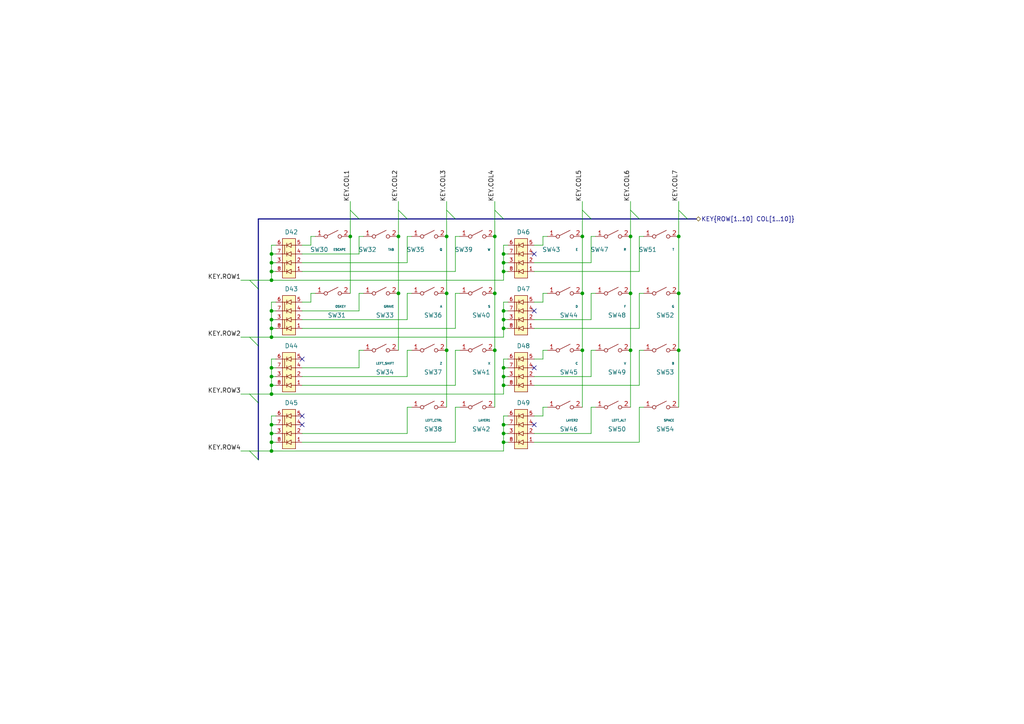
<source format=kicad_sch>
(kicad_sch (version 20211123) (generator eeschema)
  (paper "A4")
  (lib_symbols
    (symbol "BAV70SRAZ_1" (pin_names (offset 1.016) hide)
      (property "Reference" "D" (at 6.35 0 0))
      (property "Value" "BAV70SRAZ_1" (at 6.35 -1.905 0))
      (symbol "BAV70SRAZ_1_0_0"
        (rectangle (start -5.715 1.905) (end 5.715 -1.905) (stroke (width 0.1524)) (fill (type background)))
        (polyline (pts (xy -4.445 0.635) (xy -3.81 -0.635)))
        (polyline (pts (xy -4.445 0.635) (xy -3.175 0.635)))
        (polyline (pts (xy -3.81 -1.27) (xy -1.27 -1.27)) (stroke (width 0.1524)))
        (polyline (pts (xy -3.81 -0.635) (xy -3.81 -1.905)))
        (polyline (pts (xy -3.81 -0.635) (xy -3.175 0.635)))
        (polyline (pts (xy -3.81 1.905) (xy -3.81 0.635)))
        (polyline (pts (xy -3.175 -0.635) (xy -4.445 -0.635)))
        (polyline (pts (xy -1.905 0.635) (xy -1.27 -0.635)))
        (polyline (pts (xy -1.905 0.635) (xy -0.635 0.635)))
        (polyline (pts (xy -1.27 -0.635) (xy -1.27 -1.905)))
        (polyline (pts (xy -1.27 -0.635) (xy -0.635 0.635)))
        (polyline (pts (xy -1.27 1.905) (xy -1.27 0.635)))
        (polyline (pts (xy -0.635 -0.635) (xy -1.905 -0.635)))
        (polyline (pts (xy 0.635 0.635) (xy 1.27 -0.635)))
        (polyline (pts (xy 0.635 0.635) (xy 1.905 0.635)))
        (polyline (pts (xy 1.27 -1.27) (xy 3.81 -1.27)) (stroke (width 0.1524)))
        (polyline (pts (xy 1.27 -0.635) (xy 1.27 -1.905)))
        (polyline (pts (xy 1.27 -0.635) (xy 1.905 0.635)))
        (polyline (pts (xy 1.27 1.905) (xy 1.27 0.635)))
        (polyline (pts (xy 1.905 -0.635) (xy 0.635 -0.635)))
        (polyline (pts (xy 3.175 0.635) (xy 3.81 -0.635)))
        (polyline (pts (xy 3.175 0.635) (xy 4.445 0.635)))
        (polyline (pts (xy 3.81 -0.635) (xy 3.81 -1.905)))
        (polyline (pts (xy 3.81 -0.635) (xy 4.445 0.635)))
        (polyline (pts (xy 3.81 1.905) (xy 3.81 0.635)))
        (polyline (pts (xy 4.445 -0.635) (xy 3.175 -0.635)))
        (pin passive line (at 3.81 3.81 270) (length 1.905) (name "~") (number "1"))
        (pin passive line (at 1.27 3.81 270) (length 1.905) (name "~") (number "2"))
        (pin passive line (at 1.27 -3.81 90) (length 1.905) (name "~") (number "3"))
        (pin passive line (at -1.27 3.81 270) (length 1.905) (name "~") (number "4"))
        (pin passive line (at -3.81 3.81 270) (length 1.905) (name "~") (number "5"))
        (pin passive line (at -3.81 -3.81 90) (length 1.905) (name "~") (number "6"))
        (pin passive line (at -1.27 -3.81 90) (length 1.905) (name "~") (number "7"))
        (pin passive line (at 3.81 -3.81 90) (length 1.905) (name "~") (number "8"))
      )
    )
    (symbol "BAV70SRAZ_2" (pin_names (offset 1.016) hide)
      (property "Reference" "D" (at 6.35 0 0))
      (property "Value" "BAV70SRAZ_2" (at 6.35 -1.905 0))
      (symbol "BAV70SRAZ_2_0_0"
        (rectangle (start -5.715 1.905) (end 5.715 -1.905) (stroke (width 0.1524)) (fill (type background)))
        (polyline (pts (xy -4.445 0.635) (xy -3.81 -0.635)))
        (polyline (pts (xy -4.445 0.635) (xy -3.175 0.635)))
        (polyline (pts (xy -3.81 -1.27) (xy -1.27 -1.27)) (stroke (width 0.1524)))
        (polyline (pts (xy -3.81 -0.635) (xy -3.81 -1.905)))
        (polyline (pts (xy -3.81 -0.635) (xy -3.175 0.635)))
        (polyline (pts (xy -3.81 1.905) (xy -3.81 0.635)))
        (polyline (pts (xy -3.175 -0.635) (xy -4.445 -0.635)))
        (polyline (pts (xy -1.905 0.635) (xy -1.27 -0.635)))
        (polyline (pts (xy -1.905 0.635) (xy -0.635 0.635)))
        (polyline (pts (xy -1.27 -0.635) (xy -1.27 -1.905)))
        (polyline (pts (xy -1.27 -0.635) (xy -0.635 0.635)))
        (polyline (pts (xy -1.27 1.905) (xy -1.27 0.635)))
        (polyline (pts (xy -0.635 -0.635) (xy -1.905 -0.635)))
        (polyline (pts (xy 0.635 0.635) (xy 1.27 -0.635)))
        (polyline (pts (xy 0.635 0.635) (xy 1.905 0.635)))
        (polyline (pts (xy 1.27 -1.27) (xy 3.81 -1.27)) (stroke (width 0.1524)))
        (polyline (pts (xy 1.27 -0.635) (xy 1.27 -1.905)))
        (polyline (pts (xy 1.27 -0.635) (xy 1.905 0.635)))
        (polyline (pts (xy 1.27 1.905) (xy 1.27 0.635)))
        (polyline (pts (xy 1.905 -0.635) (xy 0.635 -0.635)))
        (polyline (pts (xy 3.175 0.635) (xy 3.81 -0.635)))
        (polyline (pts (xy 3.175 0.635) (xy 4.445 0.635)))
        (polyline (pts (xy 3.81 -0.635) (xy 3.81 -1.905)))
        (polyline (pts (xy 3.81 -0.635) (xy 4.445 0.635)))
        (polyline (pts (xy 3.81 1.905) (xy 3.81 0.635)))
        (polyline (pts (xy 4.445 -0.635) (xy 3.175 -0.635)))
        (pin passive line (at 3.81 3.81 270) (length 1.905) (name "~") (number "1"))
        (pin passive line (at 1.27 3.81 270) (length 1.905) (name "~") (number "2"))
        (pin passive line (at 1.27 -3.81 90) (length 1.905) (name "~") (number "3"))
        (pin passive line (at -1.27 3.81 270) (length 1.905) (name "~") (number "4"))
        (pin passive line (at -3.81 3.81 270) (length 1.905) (name "~") (number "5"))
        (pin passive line (at -3.81 -3.81 90) (length 1.905) (name "~") (number "6"))
        (pin passive line (at -1.27 -3.81 90) (length 1.905) (name "~") (number "7"))
        (pin passive line (at 3.81 -3.81 90) (length 1.905) (name "~") (number "8"))
      )
    )
    (symbol "BAV70SRAZ_3" (pin_names (offset 1.016) hide)
      (property "Reference" "D" (at 6.35 0 0))
      (property "Value" "BAV70SRAZ_3" (at 6.35 -1.905 0))
      (symbol "BAV70SRAZ_3_0_0"
        (rectangle (start -5.715 1.905) (end 5.715 -1.905) (stroke (width 0.1524)) (fill (type background)))
        (polyline (pts (xy -4.445 0.635) (xy -3.81 -0.635)))
        (polyline (pts (xy -4.445 0.635) (xy -3.175 0.635)))
        (polyline (pts (xy -3.81 -1.27) (xy -1.27 -1.27)) (stroke (width 0.1524)))
        (polyline (pts (xy -3.81 -0.635) (xy -3.81 -1.905)))
        (polyline (pts (xy -3.81 -0.635) (xy -3.175 0.635)))
        (polyline (pts (xy -3.81 1.905) (xy -3.81 0.635)))
        (polyline (pts (xy -3.175 -0.635) (xy -4.445 -0.635)))
        (polyline (pts (xy -1.905 0.635) (xy -1.27 -0.635)))
        (polyline (pts (xy -1.905 0.635) (xy -0.635 0.635)))
        (polyline (pts (xy -1.27 -0.635) (xy -1.27 -1.905)))
        (polyline (pts (xy -1.27 -0.635) (xy -0.635 0.635)))
        (polyline (pts (xy -1.27 1.905) (xy -1.27 0.635)))
        (polyline (pts (xy -0.635 -0.635) (xy -1.905 -0.635)))
        (polyline (pts (xy 0.635 0.635) (xy 1.27 -0.635)))
        (polyline (pts (xy 0.635 0.635) (xy 1.905 0.635)))
        (polyline (pts (xy 1.27 -1.27) (xy 3.81 -1.27)) (stroke (width 0.1524)))
        (polyline (pts (xy 1.27 -0.635) (xy 1.27 -1.905)))
        (polyline (pts (xy 1.27 -0.635) (xy 1.905 0.635)))
        (polyline (pts (xy 1.27 1.905) (xy 1.27 0.635)))
        (polyline (pts (xy 1.905 -0.635) (xy 0.635 -0.635)))
        (polyline (pts (xy 3.175 0.635) (xy 3.81 -0.635)))
        (polyline (pts (xy 3.175 0.635) (xy 4.445 0.635)))
        (polyline (pts (xy 3.81 -0.635) (xy 3.81 -1.905)))
        (polyline (pts (xy 3.81 -0.635) (xy 4.445 0.635)))
        (polyline (pts (xy 3.81 1.905) (xy 3.81 0.635)))
        (polyline (pts (xy 4.445 -0.635) (xy 3.175 -0.635)))
        (pin passive line (at 3.81 3.81 270) (length 1.905) (name "~") (number "1"))
        (pin passive line (at 1.27 3.81 270) (length 1.905) (name "~") (number "2"))
        (pin passive line (at 1.27 -3.81 90) (length 1.905) (name "~") (number "3"))
        (pin passive line (at -1.27 3.81 270) (length 1.905) (name "~") (number "4"))
        (pin passive line (at -3.81 3.81 270) (length 1.905) (name "~") (number "5"))
        (pin passive line (at -3.81 -3.81 90) (length 1.905) (name "~") (number "6"))
        (pin passive line (at -1.27 -3.81 90) (length 1.905) (name "~") (number "7"))
        (pin passive line (at 3.81 -3.81 90) (length 1.905) (name "~") (number "8"))
      )
    )
    (symbol "BAV70SRAZ_4" (pin_names (offset 1.016) hide)
      (property "Reference" "D" (at 6.35 0 0))
      (property "Value" "BAV70SRAZ_4" (at 6.35 -1.905 0))
      (symbol "BAV70SRAZ_4_0_0"
        (rectangle (start -5.715 1.905) (end 5.715 -1.905) (stroke (width 0.1524)) (fill (type background)))
        (polyline (pts (xy -4.445 0.635) (xy -3.81 -0.635)))
        (polyline (pts (xy -4.445 0.635) (xy -3.175 0.635)))
        (polyline (pts (xy -3.81 -1.27) (xy -1.27 -1.27)) (stroke (width 0.1524)))
        (polyline (pts (xy -3.81 -0.635) (xy -3.81 -1.905)))
        (polyline (pts (xy -3.81 -0.635) (xy -3.175 0.635)))
        (polyline (pts (xy -3.81 1.905) (xy -3.81 0.635)))
        (polyline (pts (xy -3.175 -0.635) (xy -4.445 -0.635)))
        (polyline (pts (xy -1.905 0.635) (xy -1.27 -0.635)))
        (polyline (pts (xy -1.905 0.635) (xy -0.635 0.635)))
        (polyline (pts (xy -1.27 -0.635) (xy -1.27 -1.905)))
        (polyline (pts (xy -1.27 -0.635) (xy -0.635 0.635)))
        (polyline (pts (xy -1.27 1.905) (xy -1.27 0.635)))
        (polyline (pts (xy -0.635 -0.635) (xy -1.905 -0.635)))
        (polyline (pts (xy 0.635 0.635) (xy 1.27 -0.635)))
        (polyline (pts (xy 0.635 0.635) (xy 1.905 0.635)))
        (polyline (pts (xy 1.27 -1.27) (xy 3.81 -1.27)) (stroke (width 0.1524)))
        (polyline (pts (xy 1.27 -0.635) (xy 1.27 -1.905)))
        (polyline (pts (xy 1.27 -0.635) (xy 1.905 0.635)))
        (polyline (pts (xy 1.27 1.905) (xy 1.27 0.635)))
        (polyline (pts (xy 1.905 -0.635) (xy 0.635 -0.635)))
        (polyline (pts (xy 3.175 0.635) (xy 3.81 -0.635)))
        (polyline (pts (xy 3.175 0.635) (xy 4.445 0.635)))
        (polyline (pts (xy 3.81 -0.635) (xy 3.81 -1.905)))
        (polyline (pts (xy 3.81 -0.635) (xy 4.445 0.635)))
        (polyline (pts (xy 3.81 1.905) (xy 3.81 0.635)))
        (polyline (pts (xy 4.445 -0.635) (xy 3.175 -0.635)))
        (pin passive line (at 3.81 3.81 270) (length 1.905) (name "~") (number "1"))
        (pin passive line (at 1.27 3.81 270) (length 1.905) (name "~") (number "2"))
        (pin passive line (at 1.27 -3.81 90) (length 1.905) (name "~") (number "3"))
        (pin passive line (at -1.27 3.81 270) (length 1.905) (name "~") (number "4"))
        (pin passive line (at -3.81 3.81 270) (length 1.905) (name "~") (number "5"))
        (pin passive line (at -3.81 -3.81 90) (length 1.905) (name "~") (number "6"))
        (pin passive line (at -1.27 -3.81 90) (length 1.905) (name "~") (number "7"))
        (pin passive line (at 3.81 -3.81 90) (length 1.905) (name "~") (number "8"))
      )
    )
    (symbol "BAV70SRAZ_5" (pin_names (offset 1.016) hide)
      (property "Reference" "D" (at 6.35 0 0))
      (property "Value" "BAV70SRAZ_5" (at 6.35 -1.905 0))
      (symbol "BAV70SRAZ_5_0_0"
        (rectangle (start -5.715 1.905) (end 5.715 -1.905) (stroke (width 0.1524)) (fill (type background)))
        (polyline (pts (xy -4.445 0.635) (xy -3.81 -0.635)))
        (polyline (pts (xy -4.445 0.635) (xy -3.175 0.635)))
        (polyline (pts (xy -3.81 -1.27) (xy -1.27 -1.27)) (stroke (width 0.1524)))
        (polyline (pts (xy -3.81 -0.635) (xy -3.81 -1.905)))
        (polyline (pts (xy -3.81 -0.635) (xy -3.175 0.635)))
        (polyline (pts (xy -3.81 1.905) (xy -3.81 0.635)))
        (polyline (pts (xy -3.175 -0.635) (xy -4.445 -0.635)))
        (polyline (pts (xy -1.905 0.635) (xy -1.27 -0.635)))
        (polyline (pts (xy -1.905 0.635) (xy -0.635 0.635)))
        (polyline (pts (xy -1.27 -0.635) (xy -1.27 -1.905)))
        (polyline (pts (xy -1.27 -0.635) (xy -0.635 0.635)))
        (polyline (pts (xy -1.27 1.905) (xy -1.27 0.635)))
        (polyline (pts (xy -0.635 -0.635) (xy -1.905 -0.635)))
        (polyline (pts (xy 0.635 0.635) (xy 1.27 -0.635)))
        (polyline (pts (xy 0.635 0.635) (xy 1.905 0.635)))
        (polyline (pts (xy 1.27 -1.27) (xy 3.81 -1.27)) (stroke (width 0.1524)))
        (polyline (pts (xy 1.27 -0.635) (xy 1.27 -1.905)))
        (polyline (pts (xy 1.27 -0.635) (xy 1.905 0.635)))
        (polyline (pts (xy 1.27 1.905) (xy 1.27 0.635)))
        (polyline (pts (xy 1.905 -0.635) (xy 0.635 -0.635)))
        (polyline (pts (xy 3.175 0.635) (xy 3.81 -0.635)))
        (polyline (pts (xy 3.175 0.635) (xy 4.445 0.635)))
        (polyline (pts (xy 3.81 -0.635) (xy 3.81 -1.905)))
        (polyline (pts (xy 3.81 -0.635) (xy 4.445 0.635)))
        (polyline (pts (xy 3.81 1.905) (xy 3.81 0.635)))
        (polyline (pts (xy 4.445 -0.635) (xy 3.175 -0.635)))
        (pin passive line (at 3.81 3.81 270) (length 1.905) (name "~") (number "1"))
        (pin passive line (at 1.27 3.81 270) (length 1.905) (name "~") (number "2"))
        (pin passive line (at 1.27 -3.81 90) (length 1.905) (name "~") (number "3"))
        (pin passive line (at -1.27 3.81 270) (length 1.905) (name "~") (number "4"))
        (pin passive line (at -3.81 3.81 270) (length 1.905) (name "~") (number "5"))
        (pin passive line (at -3.81 -3.81 90) (length 1.905) (name "~") (number "6"))
        (pin passive line (at -1.27 -3.81 90) (length 1.905) (name "~") (number "7"))
        (pin passive line (at 3.81 -3.81 90) (length 1.905) (name "~") (number "8"))
      )
    )
    (symbol "BAV70SRAZ_6" (pin_names (offset 1.016) hide)
      (property "Reference" "D" (at 6.35 0 0))
      (property "Value" "BAV70SRAZ_6" (at 6.35 -1.905 0))
      (symbol "BAV70SRAZ_6_0_0"
        (rectangle (start -5.715 1.905) (end 5.715 -1.905) (stroke (width 0.1524)) (fill (type background)))
        (polyline (pts (xy -4.445 0.635) (xy -3.81 -0.635)))
        (polyline (pts (xy -4.445 0.635) (xy -3.175 0.635)))
        (polyline (pts (xy -3.81 -1.27) (xy -1.27 -1.27)) (stroke (width 0.1524)))
        (polyline (pts (xy -3.81 -0.635) (xy -3.81 -1.905)))
        (polyline (pts (xy -3.81 -0.635) (xy -3.175 0.635)))
        (polyline (pts (xy -3.81 1.905) (xy -3.81 0.635)))
        (polyline (pts (xy -3.175 -0.635) (xy -4.445 -0.635)))
        (polyline (pts (xy -1.905 0.635) (xy -1.27 -0.635)))
        (polyline (pts (xy -1.905 0.635) (xy -0.635 0.635)))
        (polyline (pts (xy -1.27 -0.635) (xy -1.27 -1.905)))
        (polyline (pts (xy -1.27 -0.635) (xy -0.635 0.635)))
        (polyline (pts (xy -1.27 1.905) (xy -1.27 0.635)))
        (polyline (pts (xy -0.635 -0.635) (xy -1.905 -0.635)))
        (polyline (pts (xy 0.635 0.635) (xy 1.27 -0.635)))
        (polyline (pts (xy 0.635 0.635) (xy 1.905 0.635)))
        (polyline (pts (xy 1.27 -1.27) (xy 3.81 -1.27)) (stroke (width 0.1524)))
        (polyline (pts (xy 1.27 -0.635) (xy 1.27 -1.905)))
        (polyline (pts (xy 1.27 -0.635) (xy 1.905 0.635)))
        (polyline (pts (xy 1.27 1.905) (xy 1.27 0.635)))
        (polyline (pts (xy 1.905 -0.635) (xy 0.635 -0.635)))
        (polyline (pts (xy 3.175 0.635) (xy 3.81 -0.635)))
        (polyline (pts (xy 3.175 0.635) (xy 4.445 0.635)))
        (polyline (pts (xy 3.81 -0.635) (xy 3.81 -1.905)))
        (polyline (pts (xy 3.81 -0.635) (xy 4.445 0.635)))
        (polyline (pts (xy 3.81 1.905) (xy 3.81 0.635)))
        (polyline (pts (xy 4.445 -0.635) (xy 3.175 -0.635)))
        (pin passive line (at 3.81 3.81 270) (length 1.905) (name "~") (number "1"))
        (pin passive line (at 1.27 3.81 270) (length 1.905) (name "~") (number "2"))
        (pin passive line (at 1.27 -3.81 90) (length 1.905) (name "~") (number "3"))
        (pin passive line (at -1.27 3.81 270) (length 1.905) (name "~") (number "4"))
        (pin passive line (at -3.81 3.81 270) (length 1.905) (name "~") (number "5"))
        (pin passive line (at -3.81 -3.81 90) (length 1.905) (name "~") (number "6"))
        (pin passive line (at -1.27 -3.81 90) (length 1.905) (name "~") (number "7"))
        (pin passive line (at 3.81 -3.81 90) (length 1.905) (name "~") (number "8"))
      )
    )
    (symbol "Nour_KB:BAV70SRAZ" (pin_names (offset 1.016) hide)
      (property "Reference" "D" (at 6.35 0 0))
      (property "Value" "BAV70SRAZ" (at 6.35 -1.905 0))
      (symbol "BAV70SRAZ_0_0"
        (rectangle (start -5.715 1.905) (end 5.715 -1.905) (stroke (width 0.1524)) (fill (type background)))
        (polyline (pts (xy -4.445 0.635) (xy -3.81 -0.635)))
        (polyline (pts (xy -4.445 0.635) (xy -3.175 0.635)))
        (polyline (pts (xy -3.81 -1.27) (xy -1.27 -1.27)) (stroke (width 0.1524)))
        (polyline (pts (xy -3.81 -0.635) (xy -3.81 -1.905)))
        (polyline (pts (xy -3.81 -0.635) (xy -3.175 0.635)))
        (polyline (pts (xy -3.81 1.905) (xy -3.81 0.635)))
        (polyline (pts (xy -3.175 -0.635) (xy -4.445 -0.635)))
        (polyline (pts (xy -1.905 0.635) (xy -1.27 -0.635)))
        (polyline (pts (xy -1.905 0.635) (xy -0.635 0.635)))
        (polyline (pts (xy -1.27 -0.635) (xy -1.27 -1.905)))
        (polyline (pts (xy -1.27 -0.635) (xy -0.635 0.635)))
        (polyline (pts (xy -1.27 1.905) (xy -1.27 0.635)))
        (polyline (pts (xy -0.635 -0.635) (xy -1.905 -0.635)))
        (polyline (pts (xy 0.635 0.635) (xy 1.27 -0.635)))
        (polyline (pts (xy 0.635 0.635) (xy 1.905 0.635)))
        (polyline (pts (xy 1.27 -1.27) (xy 3.81 -1.27)) (stroke (width 0.1524)))
        (polyline (pts (xy 1.27 -0.635) (xy 1.27 -1.905)))
        (polyline (pts (xy 1.27 -0.635) (xy 1.905 0.635)))
        (polyline (pts (xy 1.27 1.905) (xy 1.27 0.635)))
        (polyline (pts (xy 1.905 -0.635) (xy 0.635 -0.635)))
        (polyline (pts (xy 3.175 0.635) (xy 3.81 -0.635)))
        (polyline (pts (xy 3.175 0.635) (xy 4.445 0.635)))
        (polyline (pts (xy 3.81 -0.635) (xy 3.81 -1.905)))
        (polyline (pts (xy 3.81 -0.635) (xy 4.445 0.635)))
        (polyline (pts (xy 3.81 1.905) (xy 3.81 0.635)))
        (polyline (pts (xy 4.445 -0.635) (xy 3.175 -0.635)))
        (pin passive line (at 3.81 3.81 270) (length 1.905) (name "~") (number "1"))
        (pin passive line (at 1.27 3.81 270) (length 1.905) (name "~") (number "2"))
        (pin passive line (at 1.27 -3.81 90) (length 1.905) (name "~") (number "3"))
        (pin passive line (at -1.27 3.81 270) (length 1.905) (name "~") (number "4"))
        (pin passive line (at -3.81 3.81 270) (length 1.905) (name "~") (number "5"))
        (pin passive line (at -3.81 -3.81 90) (length 1.905) (name "~") (number "6"))
        (pin passive line (at -1.27 -3.81 90) (length 1.905) (name "~") (number "7"))
        (pin passive line (at 3.81 -3.81 90) (length 1.905) (name "~") (number "8"))
      )
    )
    (symbol "Switch:SW_SPST" (pin_names (offset 0) hide)
      (property "Reference" "SW" (at 0 3.175 0))
      (property "Value" "SW_SPST" (at 0 -2.54 0))
      (symbol "SW_SPST_0_0"
        (circle (center -2.032 0) (radius 0.508))
        (polyline (pts (xy -1.524 0.254) (xy 1.524 1.778)))
        (circle (center 2.032 0) (radius 0.508))
      )
      (symbol "SW_SPST_1_1"
        (pin passive line (at -5.08 0 0) (length 2.54) (name "A") (number "1"))
        (pin passive line (at 5.08 0 180) (length 2.54) (name "B") (number "2"))
      )
    )
  )
  (junction (at 78.74 114.3))
  (junction (at 78.74 76.2))
  (junction (at 146.05 95.25))
  (junction (at 78.74 123.19))
  (junction (at 196.85 85.09))
  (junction (at 146.05 92.71))
  (junction (at 146.05 128.27))
  (junction (at 168.91 68.58))
  (junction (at 78.74 90.17))
  (junction (at 146.05 73.66))
  (junction (at 182.88 101.6))
  (junction (at 115.57 85.09))
  (junction (at 146.05 76.2))
  (junction (at 143.51 68.58))
  (junction (at 78.74 106.68))
  (junction (at 168.91 101.6))
  (junction (at 78.74 73.66))
  (junction (at 143.51 85.09))
  (junction (at 146.05 106.68))
  (junction (at 101.6 68.58))
  (junction (at 146.05 123.19))
  (junction (at 129.54 85.09))
  (junction (at 78.74 111.76))
  (junction (at 78.74 130.81))
  (junction (at 143.51 101.6))
  (junction (at 129.54 101.6))
  (junction (at 78.74 95.25))
  (junction (at 146.05 111.76))
  (junction (at 196.85 68.58))
  (junction (at 78.74 81.28))
  (junction (at 115.57 68.58))
  (junction (at 182.88 85.09))
  (junction (at 78.74 97.79))
  (junction (at 78.74 128.27))
  (junction (at 146.05 90.17))
  (junction (at 146.05 125.73))
  (junction (at 182.88 68.58))
  (junction (at 168.91 85.09))
  (junction (at 146.05 78.74))
  (junction (at 78.74 78.74))
  (junction (at 146.05 109.22))
  (junction (at 129.54 68.58))
  (junction (at 78.74 92.71))
  (junction (at 78.74 109.22))
  (junction (at 78.74 125.73))
  (junction (at 196.85 101.6))
  (no_connect (at 154.94 123.19))
  (no_connect (at 87.63 104.14))
  (no_connect (at 87.63 120.65))
  (no_connect (at 87.63 123.19))
  (no_connect (at 154.94 90.17))
  (no_connect (at 154.94 106.68))
  (no_connect (at 154.94 73.66))
  (bus_entry (at 101.6 60.96) (size 2.54 2.54))
  (bus_entry (at 115.57 60.96) (size 2.54 2.54))
  (bus_entry (at 168.91 60.96) (size 2.54 2.54))
  (bus_entry (at 196.85 60.96) (size 2.54 2.54))
  (bus_entry (at 182.88 60.96) (size 2.54 2.54))
  (bus_entry (at 143.51 60.96) (size 2.54 2.54))
  (bus_entry (at 129.54 60.96) (size 2.54 2.54))
  (bus_entry (at 72.39 81.28) (size 2.54 2.54))
  (bus_entry (at 72.39 97.79) (size 2.54 2.54))
  (bus_entry (at 72.39 114.3) (size 2.54 2.54))
  (bus_entry (at 72.39 130.81) (size 2.54 2.54))
  (wire (pts (xy 105.41 85.09) (xy 104.14 85.09)))
  (wire (pts (xy 182.88 58.42) (xy 182.88 60.96)))
  (wire (pts (xy 129.54 58.42) (xy 129.54 60.96)))
  (wire (pts (xy 78.74 106.68) (xy 80.01 106.68)))
  (wire (pts (xy 118.11 76.2) (xy 87.63 76.2)))
  (wire (pts (xy 172.72 85.09) (xy 171.45 85.09)))
  (wire (pts (xy 168.91 101.6) (xy 168.91 118.11)))
  (wire (pts (xy 146.05 90.17) (xy 146.05 92.71)))
  (wire (pts (xy 154.94 109.22) (xy 171.45 109.22)))
  (wire (pts (xy 146.05 109.22) (xy 146.05 111.76)))
  (wire (pts (xy 78.74 92.71) (xy 78.74 95.25)))
  (wire (pts (xy 168.91 85.09) (xy 168.91 101.6)))
  (wire (pts (xy 172.72 118.11) (xy 171.45 118.11)))
  (bus (pts (xy 132.08 63.5) (xy 118.11 63.5)))
  (wire (pts (xy 78.74 95.25) (xy 80.01 95.25)))
  (wire (pts (xy 143.51 60.96) (xy 143.51 68.58)))
  (wire (pts (xy 78.74 120.65) (xy 78.74 123.19)))
  (wire (pts (xy 157.48 71.12) (xy 154.94 71.12)))
  (wire (pts (xy 78.74 78.74) (xy 80.01 78.74)))
  (wire (pts (xy 147.32 71.12) (xy 146.05 71.12)))
  (wire (pts (xy 78.74 97.79) (xy 146.05 97.79)))
  (wire (pts (xy 78.74 125.73) (xy 78.74 128.27)))
  (wire (pts (xy 72.39 114.3) (xy 78.74 114.3)))
  (wire (pts (xy 87.63 111.76) (xy 132.08 111.76)))
  (wire (pts (xy 78.74 109.22) (xy 80.01 109.22)))
  (wire (pts (xy 171.45 101.6) (xy 171.45 109.22)))
  (wire (pts (xy 157.48 68.58) (xy 157.48 71.12)))
  (wire (pts (xy 101.6 58.42) (xy 101.6 60.96)))
  (wire (pts (xy 157.48 85.09) (xy 157.48 87.63)))
  (bus (pts (xy 185.42 63.5) (xy 171.45 63.5)))
  (wire (pts (xy 146.05 109.22) (xy 147.32 109.22)))
  (wire (pts (xy 72.39 130.81) (xy 78.74 130.81)))
  (wire (pts (xy 186.69 85.09) (xy 185.42 85.09)))
  (wire (pts (xy 90.17 85.09) (xy 90.17 87.63)))
  (wire (pts (xy 87.63 78.74) (xy 132.08 78.74)))
  (wire (pts (xy 104.14 85.09) (xy 104.14 90.17)))
  (wire (pts (xy 185.42 68.58) (xy 185.42 78.74)))
  (wire (pts (xy 129.54 60.96) (xy 129.54 68.58)))
  (wire (pts (xy 118.11 125.73) (xy 87.63 125.73)))
  (bus (pts (xy 74.93 63.5) (xy 74.93 83.82)))
  (wire (pts (xy 80.01 104.14) (xy 78.74 104.14)))
  (wire (pts (xy 146.05 78.74) (xy 147.32 78.74)))
  (wire (pts (xy 147.32 120.65) (xy 146.05 120.65)))
  (wire (pts (xy 90.17 85.09) (xy 91.44 85.09)))
  (wire (pts (xy 172.72 101.6) (xy 171.45 101.6)))
  (wire (pts (xy 132.08 68.58) (xy 132.08 78.74)))
  (wire (pts (xy 154.94 111.76) (xy 185.42 111.76)))
  (wire (pts (xy 78.74 76.2) (xy 80.01 76.2)))
  (wire (pts (xy 196.85 60.96) (xy 196.85 68.58)))
  (wire (pts (xy 78.74 87.63) (xy 78.74 90.17)))
  (wire (pts (xy 80.01 120.65) (xy 78.74 120.65)))
  (wire (pts (xy 196.85 68.58) (xy 196.85 85.09)))
  (wire (pts (xy 196.85 58.42) (xy 196.85 60.96)))
  (wire (pts (xy 132.08 85.09) (xy 132.08 95.25)))
  (wire (pts (xy 101.6 68.58) (xy 101.6 85.09)))
  (wire (pts (xy 186.69 118.11) (xy 185.42 118.11)))
  (bus (pts (xy 104.14 63.5) (xy 74.93 63.5)))
  (wire (pts (xy 115.57 60.96) (xy 115.57 68.58)))
  (bus (pts (xy 74.93 83.82) (xy 74.93 100.33)))
  (wire (pts (xy 172.72 68.58) (xy 171.45 68.58)))
  (bus (pts (xy 199.39 63.5) (xy 185.42 63.5)))
  (wire (pts (xy 171.45 85.09) (xy 171.45 92.71)))
  (wire (pts (xy 182.88 101.6) (xy 182.88 118.11)))
  (wire (pts (xy 143.51 58.42) (xy 143.51 60.96)))
  (wire (pts (xy 91.44 68.58) (xy 90.17 68.58)))
  (wire (pts (xy 146.05 71.12) (xy 146.05 73.66)))
  (wire (pts (xy 146.05 120.65) (xy 146.05 123.19)))
  (wire (pts (xy 157.48 118.11) (xy 157.48 120.65)))
  (wire (pts (xy 182.88 68.58) (xy 182.88 85.09)))
  (wire (pts (xy 186.69 101.6) (xy 185.42 101.6)))
  (wire (pts (xy 158.75 101.6) (xy 157.48 101.6)))
  (wire (pts (xy 104.14 101.6) (xy 104.14 106.68)))
  (wire (pts (xy 104.14 106.68) (xy 87.63 106.68)))
  (wire (pts (xy 146.05 104.14) (xy 146.05 106.68)))
  (wire (pts (xy 182.88 60.96) (xy 182.88 68.58)))
  (wire (pts (xy 101.6 60.96) (xy 101.6 68.58)))
  (wire (pts (xy 133.35 118.11) (xy 132.08 118.11)))
  (bus (pts (xy 74.93 100.33) (xy 74.93 116.84)))
  (bus (pts (xy 201.93 63.5) (xy 199.39 63.5)))
  (wire (pts (xy 78.74 90.17) (xy 78.74 92.71)))
  (wire (pts (xy 78.74 95.25) (xy 78.74 97.79)))
  (wire (pts (xy 132.08 101.6) (xy 132.08 111.76)))
  (wire (pts (xy 119.38 68.58) (xy 118.11 68.58)))
  (wire (pts (xy 147.32 123.19) (xy 146.05 123.19)))
  (wire (pts (xy 115.57 58.42) (xy 115.57 60.96)))
  (wire (pts (xy 78.74 123.19) (xy 80.01 123.19)))
  (bus (pts (xy 171.45 63.5) (xy 146.05 63.5)))
  (wire (pts (xy 146.05 76.2) (xy 147.32 76.2)))
  (wire (pts (xy 157.48 120.65) (xy 154.94 120.65)))
  (wire (pts (xy 146.05 92.71) (xy 147.32 92.71)))
  (bus (pts (xy 146.05 63.5) (xy 132.08 63.5)))
  (wire (pts (xy 78.74 90.17) (xy 80.01 90.17)))
  (wire (pts (xy 147.32 73.66) (xy 146.05 73.66)))
  (wire (pts (xy 146.05 128.27) (xy 147.32 128.27)))
  (wire (pts (xy 118.11 118.11) (xy 118.11 125.73)))
  (wire (pts (xy 147.32 106.68) (xy 146.05 106.68)))
  (wire (pts (xy 105.41 101.6) (xy 104.14 101.6)))
  (wire (pts (xy 146.05 95.25) (xy 147.32 95.25)))
  (wire (pts (xy 129.54 101.6) (xy 129.54 118.11)))
  (wire (pts (xy 69.85 130.81) (xy 72.39 130.81)))
  (wire (pts (xy 146.05 106.68) (xy 146.05 109.22)))
  (wire (pts (xy 146.05 95.25) (xy 146.05 97.79)))
  (wire (pts (xy 78.74 104.14) (xy 78.74 106.68)))
  (wire (pts (xy 90.17 68.58) (xy 90.17 71.12)))
  (wire (pts (xy 146.05 128.27) (xy 146.05 130.81)))
  (wire (pts (xy 158.75 85.09) (xy 157.48 85.09)))
  (wire (pts (xy 78.74 76.2) (xy 78.74 78.74)))
  (wire (pts (xy 118.11 109.22) (xy 87.63 109.22)))
  (wire (pts (xy 115.57 68.58) (xy 115.57 85.09)))
  (wire (pts (xy 78.74 130.81) (xy 146.05 130.81)))
  (wire (pts (xy 157.48 87.63) (xy 154.94 87.63)))
  (wire (pts (xy 118.11 92.71) (xy 87.63 92.71)))
  (wire (pts (xy 78.74 114.3) (xy 146.05 114.3)))
  (wire (pts (xy 119.38 118.11) (xy 118.11 118.11)))
  (wire (pts (xy 78.74 128.27) (xy 80.01 128.27)))
  (wire (pts (xy 78.74 78.74) (xy 78.74 81.28)))
  (wire (pts (xy 132.08 118.11) (xy 132.08 128.27)))
  (wire (pts (xy 182.88 85.09) (xy 182.88 101.6)))
  (bus (pts (xy 74.93 116.84) (xy 74.93 133.35)))
  (wire (pts (xy 146.05 92.71) (xy 146.05 95.25)))
  (wire (pts (xy 146.05 76.2) (xy 146.05 78.74)))
  (wire (pts (xy 87.63 95.25) (xy 132.08 95.25)))
  (wire (pts (xy 133.35 101.6) (xy 132.08 101.6)))
  (wire (pts (xy 196.85 101.6) (xy 196.85 118.11)))
  (wire (pts (xy 118.11 68.58) (xy 118.11 76.2)))
  (wire (pts (xy 147.32 87.63) (xy 146.05 87.63)))
  (wire (pts (xy 78.74 128.27) (xy 78.74 130.81)))
  (wire (pts (xy 78.74 111.76) (xy 80.01 111.76)))
  (wire (pts (xy 157.48 104.14) (xy 154.94 104.14)))
  (wire (pts (xy 129.54 85.09) (xy 129.54 101.6)))
  (wire (pts (xy 80.01 71.12) (xy 78.74 71.12)))
  (wire (pts (xy 104.14 90.17) (xy 87.63 90.17)))
  (wire (pts (xy 80.01 73.66) (xy 78.74 73.66)))
  (wire (pts (xy 69.85 97.79) (xy 72.39 97.79)))
  (wire (pts (xy 158.75 68.58) (xy 157.48 68.58)))
  (wire (pts (xy 104.14 68.58) (xy 104.14 73.66)))
  (wire (pts (xy 119.38 101.6) (xy 118.11 101.6)))
  (wire (pts (xy 118.11 101.6) (xy 118.11 109.22)))
  (wire (pts (xy 146.05 111.76) (xy 146.05 114.3)))
  (wire (pts (xy 171.45 68.58) (xy 171.45 76.2)))
  (wire (pts (xy 69.85 114.3) (xy 72.39 114.3)))
  (wire (pts (xy 146.05 111.76) (xy 147.32 111.76)))
  (wire (pts (xy 185.42 85.09) (xy 185.42 95.25)))
  (wire (pts (xy 143.51 68.58) (xy 143.51 85.09)))
  (wire (pts (xy 78.74 81.28) (xy 146.05 81.28)))
  (wire (pts (xy 78.74 109.22) (xy 78.74 111.76)))
  (wire (pts (xy 129.54 68.58) (xy 129.54 85.09)))
  (wire (pts (xy 146.05 125.73) (xy 147.32 125.73)))
  (wire (pts (xy 72.39 97.79) (xy 78.74 97.79)))
  (wire (pts (xy 185.42 101.6) (xy 185.42 111.76)))
  (wire (pts (xy 146.05 87.63) (xy 146.05 90.17)))
  (wire (pts (xy 133.35 68.58) (xy 132.08 68.58)))
  (wire (pts (xy 185.42 118.11) (xy 185.42 128.27)))
  (wire (pts (xy 69.85 81.28) (xy 72.39 81.28)))
  (wire (pts (xy 147.32 104.14) (xy 146.05 104.14)))
  (wire (pts (xy 80.01 87.63) (xy 78.74 87.63)))
  (wire (pts (xy 168.91 60.96) (xy 168.91 68.58)))
  (wire (pts (xy 104.14 73.66) (xy 87.63 73.66)))
  (wire (pts (xy 168.91 68.58) (xy 168.91 85.09)))
  (bus (pts (xy 118.11 63.5) (xy 104.14 63.5)))
  (wire (pts (xy 87.63 128.27) (xy 132.08 128.27)))
  (wire (pts (xy 78.74 73.66) (xy 78.74 76.2)))
  (wire (pts (xy 78.74 92.71) (xy 80.01 92.71)))
  (wire (pts (xy 171.45 118.11) (xy 171.45 125.73)))
  (wire (pts (xy 154.94 76.2) (xy 171.45 76.2)))
  (wire (pts (xy 154.94 128.27) (xy 185.42 128.27)))
  (wire (pts (xy 146.05 125.73) (xy 146.05 128.27)))
  (wire (pts (xy 78.74 111.76) (xy 78.74 114.3)))
  (wire (pts (xy 78.74 125.73) (xy 80.01 125.73)))
  (wire (pts (xy 146.05 123.19) (xy 146.05 125.73)))
  (wire (pts (xy 119.38 85.09) (xy 118.11 85.09)))
  (wire (pts (xy 143.51 101.6) (xy 143.51 118.11)))
  (wire (pts (xy 147.32 90.17) (xy 146.05 90.17)))
  (wire (pts (xy 154.94 95.25) (xy 185.42 95.25)))
  (wire (pts (xy 78.74 106.68) (xy 78.74 109.22)))
  (wire (pts (xy 146.05 73.66) (xy 146.05 76.2)))
  (wire (pts (xy 78.74 71.12) (xy 78.74 73.66)))
  (wire (pts (xy 154.94 92.71) (xy 171.45 92.71)))
  (wire (pts (xy 90.17 87.63) (xy 87.63 87.63)))
  (wire (pts (xy 72.39 81.28) (xy 78.74 81.28)))
  (wire (pts (xy 90.17 71.12) (xy 87.63 71.12)))
  (wire (pts (xy 154.94 78.74) (xy 185.42 78.74)))
  (wire (pts (xy 78.74 123.19) (xy 78.74 125.73)))
  (wire (pts (xy 146.05 78.74) (xy 146.05 81.28)))
  (wire (pts (xy 154.94 125.73) (xy 171.45 125.73)))
  (wire (pts (xy 168.91 58.42) (xy 168.91 60.96)))
  (wire (pts (xy 115.57 85.09) (xy 115.57 101.6)))
  (wire (pts (xy 105.41 68.58) (xy 104.14 68.58)))
  (wire (pts (xy 118.11 85.09) (xy 118.11 92.71)))
  (wire (pts (xy 158.75 118.11) (xy 157.48 118.11)))
  (wire (pts (xy 196.85 85.09) (xy 196.85 101.6)))
  (wire (pts (xy 157.48 101.6) (xy 157.48 104.14)))
  (wire (pts (xy 186.69 68.58) (xy 185.42 68.58)))
  (wire (pts (xy 133.35 85.09) (xy 132.08 85.09)))
  (wire (pts (xy 143.51 85.09) (xy 143.51 101.6)))
  (label "KEY.COL5" (at 168.91 58.42 90))
  (label "KEY.COL2" (at 115.57 58.42 90))
  (label "KEY.COL6" (at 182.88 58.42 90))
  (label "KEY.ROW2" (at 69.85 97.79 180))
  (label "KEY.ROW3" (at 69.85 114.3 180))
  (label "KEY.ROW4" (at 69.85 130.81 180))
  (label "KEY.ROW1" (at 69.85 81.28 180))
  (label "KEY.COL1" (at 101.6 58.42 90))
  (label "KEY.COL7" (at 196.85 58.42 90))
  (label "KEY.COL4" (at 143.51 58.42 90))
  (label "KEY.COL3" (at 129.54 58.42 90))
  (hierarchical_label "KEY{ROW[1..10] COL[1..10]}" (shape bidirectional) (at 201.93 63.5 0))
  (symbol (lib_id "Switch:SW_SPST") (at 191.77 101.6 0) (unit 1)
    (property "Reference" "SW53" (at 195.58 107.95 0) (effects (justify right)))
    (property "Value" "B" (at 195.58 105.41 0) (effects (font (size 0.63 0.63)) (justify right)))
    (property "Footprint" "Keebio-Parts:MX-Alps-Choc-1U-NoLED" (effects hide))
  )
  (symbol (lib_id "Switch:SW_SPST") (at 96.52 85.09 0) (unit 1)
    (property "Reference" "SW31" (at 100.33 91.44 0) (effects (justify right)))
    (property "Value" "OSKEY" (at 100.33 88.9 0) (effects (font (size 0.63 0.63)) (justify right)))
    (property "Footprint" "Keebio-Parts:MX-Alps-Choc-1U-NoLED" (effects hide))
  )
  (symbol (lib_id "Switch:SW_SPST") (at 191.77 85.09 0) (unit 1)
    (property "Reference" "SW52" (at 195.58 91.44 0) (effects (justify right)))
    (property "Value" "G" (at 195.58 88.9 0) (effects (font (size 0.63 0.63)) (justify right)))
    (property "Footprint" "Keebio-Parts:MX-Alps-Choc-1U-NoLED" (effects hide))
  )
  (symbol (lib_id "Switch:SW_SPST") (at 191.77 68.58 0) (unit 1)
    (property "Reference" "SW51" (at 190.5 72.39 0) (effects (justify right)))
    (property "Value" "T" (at 195.58 72.39 0) (effects (font (size 0.63 0.63)) (justify right)))
    (property "Footprint" "Keebio-Parts:MX-Alps-Choc-1U-NoLED" (effects hide))
  )
  (symbol (lib_id "Switch:SW_SPST") (at 163.83 101.6 0) (unit 1)
    (property "Reference" "SW45" (at 167.64 107.95 0) (effects (justify right)))
    (property "Value" "C" (at 167.64 105.41 0) (effects (font (size 0.63 0.63)) (justify right)))
    (property "Footprint" "Keebio-Parts:MX-Alps-Choc-1U-NoLED" (effects hide))
  )
  (symbol (lib_name "BAV70SRAZ_2") (lib_id "Nour_KB:BAV70SRAZ") (at 83.82 124.46 270) (unit 1)
    (property "Reference" "D45" (at 82.55 116.84 90) (effects (justify left)))
    (property "Value" "BAV70SRAZ" (effects hide))
    (property "Footprint" "Nour_KB:DIO_BAV70SRAZ" (effects hide))
    (property "STANDARD" "Manufacturer recommendations" (effects hide))
    (property "PARTREV" "v.2" (effects hide))
    (property "MANUFACTURER" "Nexperia" (effects hide))
    (property "MAXIMUM_PACKAGE_HEIGHT" "0.5 mm" (effects hide))
  )
  (symbol (lib_id "Switch:SW_SPST") (at 138.43 85.09 0) (unit 1)
    (property "Reference" "SW40" (at 142.24 91.44 0) (effects (justify right)))
    (property "Value" "S" (at 142.24 88.9 0) (effects (font (size 0.63 0.63)) (justify right)))
    (property "Footprint" "Keebio-Parts:MX-Alps-Choc-1U-NoLED" (effects hide))
  )
  (symbol (lib_id "Switch:SW_SPST") (at 96.52 68.58 0) (unit 1)
    (property "Reference" "SW30" (at 95.25 72.39 0) (effects (justify right)))
    (property "Value" "ESCAPE" (at 100.33 72.39 0) (effects (font (size 0.63 0.63)) (justify right)))
    (property "Footprint" "Keebio-Parts:MX-Alps-Choc-1U-NoLED" (effects hide))
  )
  (symbol (lib_id "Switch:SW_SPST") (at 124.46 101.6 0) (unit 1)
    (property "Reference" "SW37" (at 128.27 107.95 0) (effects (justify right)))
    (property "Value" "Z" (at 128.27 105.41 0) (effects (font (size 0.63 0.63)) (justify right)))
    (property "Footprint" "Keebio-Parts:MX-Alps-Choc-1U-NoLED" (effects hide))
  )
  (symbol (lib_id "Switch:SW_SPST") (at 138.43 68.58 0) (unit 1)
    (property "Reference" "SW39" (at 137.16 72.39 0) (effects (justify right)))
    (property "Value" "W" (at 142.24 72.39 0) (effects (font (size 0.63 0.63)) (justify right)))
    (property "Footprint" "Keebio-Parts:MX-Alps-Choc-1U-NoLED" (effects hide))
  )
  (symbol (lib_name "BAV70SRAZ_4") (lib_id "Nour_KB:BAV70SRAZ") (at 151.13 91.44 270) (unit 1)
    (property "Reference" "D47" (at 149.86 83.82 90) (effects (justify left)))
    (property "Value" "BAV70SRAZ" (effects hide))
    (property "Footprint" "Nour_KB:DIO_BAV70SRAZ" (effects hide))
    (property "STANDARD" "Manufacturer recommendations" (effects hide))
    (property "PARTREV" "v.2" (effects hide))
    (property "MANUFACTURER" "Nexperia" (effects hide))
    (property "MAXIMUM_PACKAGE_HEIGHT" "0.5 mm" (effects hide))
  )
  (symbol (lib_id "Switch:SW_SPST") (at 138.43 118.11 0) (unit 1)
    (property "Reference" "SW42" (at 142.24 124.46 0) (effects (justify right)))
    (property "Value" "LAYER1" (at 142.24 121.92 0) (effects (font (size 0.63 0.63)) (justify right)))
    (property "Footprint" "Keebio-Parts:MX-Alps-Choc-1U-NoLED" (effects hide))
  )
  (symbol (lib_id "Switch:SW_SPST") (at 191.77 118.11 0) (unit 1)
    (property "Reference" "SW54" (at 195.58 124.46 0) (effects (justify right)))
    (property "Value" "SPACE" (at 195.58 121.92 0) (effects (font (size 0.63 0.63)) (justify right)))
    (property "Footprint" "Keebio-Parts:MX-Alps-Choc-1U-NoLED" (effects hide))
  )
  (symbol (lib_name "BAV70SRAZ_5") (lib_id "Nour_KB:BAV70SRAZ") (at 151.13 107.95 270) (unit 1)
    (property "Reference" "D48" (at 149.86 100.33 90) (effects (justify left)))
    (property "Value" "BAV70SRAZ" (effects hide))
    (property "Footprint" "Nour_KB:DIO_BAV70SRAZ" (effects hide))
    (property "STANDARD" "Manufacturer recommendations" (effects hide))
    (property "PARTREV" "v.2" (effects hide))
    (property "MANUFACTURER" "Nexperia" (effects hide))
    (property "MAXIMUM_PACKAGE_HEIGHT" "0.5 mm" (effects hide))
  )
  (symbol (lib_id "Switch:SW_SPST") (at 177.8 68.58 0) (unit 1)
    (property "Reference" "SW47" (at 176.53 72.39 0) (effects (justify right)))
    (property "Value" "R" (at 181.61 72.39 0) (effects (font (size 0.63 0.63)) (justify right)))
    (property "Footprint" "Keebio-Parts:MX-Alps-Choc-1U-NoLED" (effects hide))
  )
  (symbol (lib_id "Switch:SW_SPST") (at 177.8 118.11 0) (unit 1)
    (property "Reference" "SW50" (at 181.61 124.46 0) (effects (justify right)))
    (property "Value" "LEFT_ALT" (at 181.61 121.92 0) (effects (font (size 0.63 0.63)) (justify right)))
    (property "Footprint" "Keebio-Parts:MX-Alps-Choc-1U-NoLED" (effects hide))
  )
  (symbol (lib_id "Switch:SW_SPST") (at 124.46 68.58 0) (unit 1)
    (property "Reference" "SW35" (at 123.19 72.39 0) (effects (justify right)))
    (property "Value" "Q" (at 128.27 72.39 0) (effects (font (size 0.63 0.63)) (justify right)))
    (property "Footprint" "Keebio-Parts:MX-Alps-Choc-1U-NoLED" (effects hide))
  )
  (symbol (lib_id "Switch:SW_SPST") (at 177.8 101.6 0) (unit 1)
    (property "Reference" "SW49" (at 181.61 107.95 0) (effects (justify right)))
    (property "Value" "V" (at 181.61 105.41 0) (effects (font (size 0.63 0.63)) (justify right)))
    (property "Footprint" "Keebio-Parts:MX-Alps-Choc-1U-NoLED" (effects hide))
  )
  (symbol (lib_id "Switch:SW_SPST") (at 110.49 68.58 0) (unit 1)
    (property "Reference" "SW32" (at 109.22 72.39 0) (effects (justify right)))
    (property "Value" "TAB" (at 114.3 72.39 0) (effects (font (size 0.63 0.63)) (justify right)))
    (property "Footprint" "Keebio-Parts:MX-Alps-Choc-1U-NoLED" (effects hide))
  )
  (symbol (lib_id "Switch:SW_SPST") (at 124.46 118.11 0) (unit 1)
    (property "Reference" "SW38" (at 128.27 124.46 0) (effects (justify right)))
    (property "Value" "LEFT_CTRL" (at 128.27 121.92 0) (effects (font (size 0.63 0.63)) (justify right)))
    (property "Footprint" "Keebio-Parts:MX-Alps-Choc-1U-NoLED" (effects hide))
  )
  (symbol (lib_id "Nour_KB:BAV70SRAZ") (at 83.82 74.93 270) (unit 1)
    (property "Reference" "D42" (at 82.55 67.31 90) (effects (justify left)))
    (property "Value" "BAV70SRAZ" (effects hide))
    (property "Footprint" "Nour_KB:DIO_BAV70SRAZ" (effects hide))
    (property "STANDARD" "Manufacturer recommendations" (effects hide))
    (property "PARTREV" "v.2" (effects hide))
    (property "MANUFACTURER" "Nexperia" (effects hide))
    (property "MAXIMUM_PACKAGE_HEIGHT" "0.5 mm" (effects hide))
  )
  (symbol (lib_id "Switch:SW_SPST") (at 163.83 85.09 0) (unit 1)
    (property "Reference" "SW44" (at 167.64 91.44 0) (effects (justify right)))
    (property "Value" "D" (at 167.64 88.9 0) (effects (font (size 0.63 0.63)) (justify right)))
    (property "Footprint" "Keebio-Parts:MX-Alps-Choc-1U-NoLED" (effects hide))
  )
  (symbol (lib_id "Switch:SW_SPST") (at 177.8 85.09 0) (unit 1)
    (property "Reference" "SW48" (at 181.61 91.44 0) (effects (justify right)))
    (property "Value" "F" (at 181.61 88.9 0) (effects (font (size 0.63 0.63)) (justify right)))
    (property "Footprint" "Keebio-Parts:MX-Alps-Choc-1U-NoLED" (effects hide))
  )
  (symbol (lib_name "BAV70SRAZ_3") (lib_id "Nour_KB:BAV70SRAZ") (at 151.13 74.93 270) (unit 1)
    (property "Reference" "D46" (at 149.86 67.31 90) (effects (justify left)))
    (property "Value" "BAV70SRAZ" (effects hide))
    (property "Footprint" "Nour_KB:DIO_BAV70SRAZ" (effects hide))
    (property "STANDARD" "Manufacturer recommendations" (effects hide))
    (property "PARTREV" "v.2" (effects hide))
    (property "MANUFACTURER" "Nexperia" (effects hide))
    (property "MAXIMUM_PACKAGE_HEIGHT" "0.5 mm" (effects hide))
  )
  (symbol (lib_id "Switch:SW_SPST") (at 110.49 85.09 0) (unit 1)
    (property "Reference" "SW33" (at 114.3 91.44 0) (effects (justify right)))
    (property "Value" "GRAVE" (at 114.3 88.9 0) (effects (font (size 0.63 0.63)) (justify right)))
    (property "Footprint" "Keebio-Parts:MX-Alps-Choc-1U-NoLED" (effects hide))
  )
  (symbol (lib_id "Switch:SW_SPST") (at 110.49 101.6 0) (unit 1)
    (property "Reference" "SW34" (at 114.3 107.95 0) (effects (justify right)))
    (property "Value" "LEFT_SHIFT" (at 114.3 105.41 0) (effects (font (size 0.63 0.63)) (justify right)))
    (property "Footprint" "Keebio-Parts:MX-Alps-Choc-1U-NoLED" (effects hide))
  )
  (symbol (lib_id "Nour_KB:BAV70SRAZ") (at 83.82 91.44 270) (unit 1)
    (property "Reference" "D43" (at 82.55 83.82 90) (effects (justify left)))
    (property "Value" "BAV70SRAZ" (effects hide))
    (property "Footprint" "Nour_KB:DIO_BAV70SRAZ" (effects hide))
    (property "STANDARD" "Manufacturer recommendations" (effects hide))
    (property "PARTREV" "v.2" (effects hide))
    (property "MANUFACTURER" "Nexperia" (effects hide))
    (property "MAXIMUM_PACKAGE_HEIGHT" "0.5 mm" (effects hide))
  )
  (symbol (lib_id "Switch:SW_SPST") (at 163.83 118.11 0) (unit 1)
    (property "Reference" "SW46" (at 167.64 124.46 0) (effects (justify right)))
    (property "Value" "LAYER2" (at 167.64 121.92 0) (effects (font (size 0.63 0.63)) (justify right)))
    (property "Footprint" "Keebio-Parts:MX-Alps-Choc-1U-NoLED" (effects hide))
  )
  (symbol (lib_id "Switch:SW_SPST") (at 163.83 68.58 0) (unit 1)
    (property "Reference" "SW43" (at 162.56 72.39 0) (effects (justify right)))
    (property "Value" "E" (at 167.64 72.39 0) (effects (font (size 0.63 0.63)) (justify right)))
    (property "Footprint" "Keebio-Parts:MX-Alps-Choc-1U-NoLED" (effects hide))
  )
  (symbol (lib_name "BAV70SRAZ_1") (lib_id "Nour_KB:BAV70SRAZ") (at 83.82 107.95 270) (unit 1)
    (property "Reference" "D44" (at 82.55 100.33 90) (effects (justify left)))
    (property "Value" "BAV70SRAZ" (effects hide))
    (property "Footprint" "Nour_KB:DIO_BAV70SRAZ" (effects hide))
    (property "STANDARD" "Manufacturer recommendations" (effects hide))
    (property "PARTREV" "v.2" (effects hide))
    (property "MANUFACTURER" "Nexperia" (effects hide))
    (property "MAXIMUM_PACKAGE_HEIGHT" "0.5 mm" (effects hide))
  )
  (symbol (lib_id "Switch:SW_SPST") (at 124.46 85.09 0) (unit 1)
    (property "Reference" "SW36" (at 128.27 91.44 0) (effects (justify right)))
    (property "Value" "A" (at 128.27 88.9 0) (effects (font (size 0.63 0.63)) (justify right)))
    (property "Footprint" "Keebio-Parts:MX-Alps-Choc-1U-NoLED" (effects hide))
  )
  (symbol (lib_name "BAV70SRAZ_6") (lib_id "Nour_KB:BAV70SRAZ") (at 151.13 124.46 270) (unit 1)
    (property "Reference" "D49" (at 149.86 116.84 90) (effects (justify left)))
    (property "Value" "BAV70SRAZ" (effects hide))
    (property "Footprint" "Nour_KB:DIO_BAV70SRAZ" (effects hide))
    (property "STANDARD" "Manufacturer recommendations" (effects hide))
    (property "PARTREV" "v.2" (effects hide))
    (property "MANUFACTURER" "Nexperia" (effects hide))
    (property "MAXIMUM_PACKAGE_HEIGHT" "0.5 mm" (effects hide))
  )
  (symbol (lib_id "Switch:SW_SPST") (at 138.43 101.6 0) (unit 1)
    (property "Reference" "SW41" (at 142.24 107.95 0) (effects (justify right)))
    (property "Value" "X" (at 142.24 105.41 0) (effects (font (size 0.63 0.63)) (justify right)))
    (property "Footprint" "Keebio-Parts:MX-Alps-Choc-1U-NoLED" (effects hide))
  )
)
</source>
